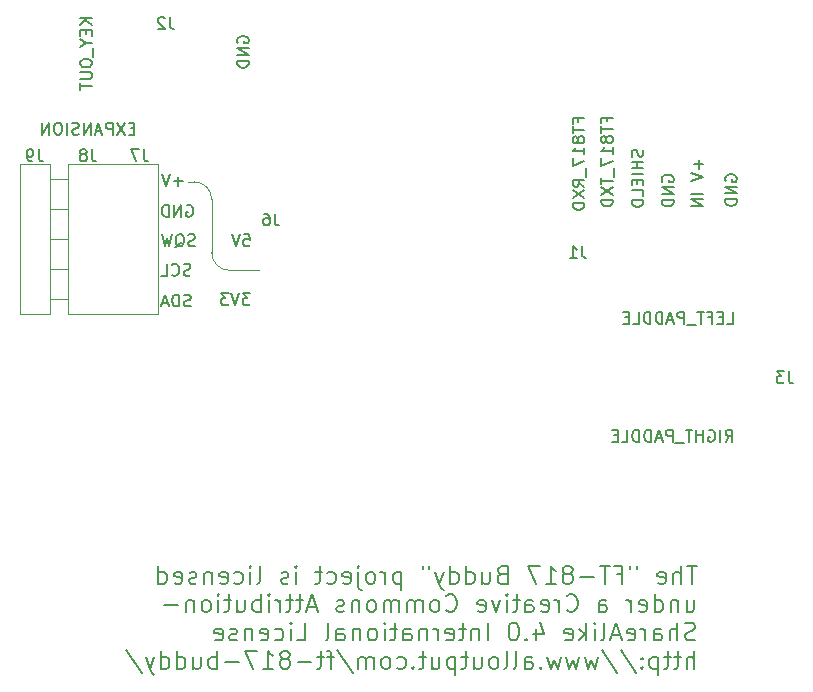
<source format=gbr>
%TF.GenerationSoftware,KiCad,Pcbnew,(5.1.6)-1*%
%TF.CreationDate,2021-02-27T16:06:52+00:00*%
%TF.ProjectId,FT817_buddy_v4,46543831-375f-4627-9564-64795f76342e,rev?*%
%TF.SameCoordinates,Original*%
%TF.FileFunction,Legend,Bot*%
%TF.FilePolarity,Positive*%
%FSLAX46Y46*%
G04 Gerber Fmt 4.6, Leading zero omitted, Abs format (unit mm)*
G04 Created by KiCad (PCBNEW (5.1.6)-1) date 2021-02-27 16:06:52*
%MOMM*%
%LPD*%
G01*
G04 APERTURE LIST*
%ADD10C,0.150000*%
%ADD11C,0.120000*%
G04 APERTURE END LIST*
D10*
X156333333Y-48202380D02*
X156333333Y-48916666D01*
X156380952Y-49059523D01*
X156476190Y-49154761D01*
X156619047Y-49202380D01*
X156714285Y-49202380D01*
X155428571Y-48202380D02*
X155619047Y-48202380D01*
X155714285Y-48250000D01*
X155761904Y-48297619D01*
X155857142Y-48440476D01*
X155904761Y-48630952D01*
X155904761Y-49011904D01*
X155857142Y-49107142D01*
X155809523Y-49154761D01*
X155714285Y-49202380D01*
X155523809Y-49202380D01*
X155428571Y-49154761D01*
X155380952Y-49107142D01*
X155333333Y-49011904D01*
X155333333Y-48773809D01*
X155380952Y-48678571D01*
X155428571Y-48630952D01*
X155523809Y-48583333D01*
X155714285Y-48583333D01*
X155809523Y-48630952D01*
X155857142Y-48678571D01*
X155904761Y-48773809D01*
X145233333Y-42752380D02*
X145233333Y-43466666D01*
X145280952Y-43609523D01*
X145376190Y-43704761D01*
X145519047Y-43752380D01*
X145614285Y-43752380D01*
X144852380Y-42752380D02*
X144185714Y-42752380D01*
X144614285Y-43752380D01*
X140833333Y-42752380D02*
X140833333Y-43466666D01*
X140880952Y-43609523D01*
X140976190Y-43704761D01*
X141119047Y-43752380D01*
X141214285Y-43752380D01*
X140214285Y-43180952D02*
X140309523Y-43133333D01*
X140357142Y-43085714D01*
X140404761Y-42990476D01*
X140404761Y-42942857D01*
X140357142Y-42847619D01*
X140309523Y-42800000D01*
X140214285Y-42752380D01*
X140023809Y-42752380D01*
X139928571Y-42800000D01*
X139880952Y-42847619D01*
X139833333Y-42942857D01*
X139833333Y-42990476D01*
X139880952Y-43085714D01*
X139928571Y-43133333D01*
X140023809Y-43180952D01*
X140214285Y-43180952D01*
X140309523Y-43228571D01*
X140357142Y-43276190D01*
X140404761Y-43371428D01*
X140404761Y-43561904D01*
X140357142Y-43657142D01*
X140309523Y-43704761D01*
X140214285Y-43752380D01*
X140023809Y-43752380D01*
X139928571Y-43704761D01*
X139880952Y-43657142D01*
X139833333Y-43561904D01*
X139833333Y-43371428D01*
X139880952Y-43276190D01*
X139928571Y-43228571D01*
X140023809Y-43180952D01*
X136333333Y-42752380D02*
X136333333Y-43466666D01*
X136380952Y-43609523D01*
X136476190Y-43704761D01*
X136619047Y-43752380D01*
X136714285Y-43752380D01*
X135809523Y-43752380D02*
X135619047Y-43752380D01*
X135523809Y-43704761D01*
X135476190Y-43657142D01*
X135380952Y-43514285D01*
X135333333Y-43323809D01*
X135333333Y-42942857D01*
X135380952Y-42847619D01*
X135428571Y-42800000D01*
X135523809Y-42752380D01*
X135714285Y-42752380D01*
X135809523Y-42800000D01*
X135857142Y-42847619D01*
X135904761Y-42942857D01*
X135904761Y-43180952D01*
X135857142Y-43276190D01*
X135809523Y-43323809D01*
X135714285Y-43371428D01*
X135523809Y-43371428D01*
X135428571Y-43323809D01*
X135380952Y-43276190D01*
X135333333Y-43180952D01*
X194619047Y-57502380D02*
X195095238Y-57502380D01*
X195095238Y-56502380D01*
X194285714Y-56978571D02*
X193952380Y-56978571D01*
X193809523Y-57502380D02*
X194285714Y-57502380D01*
X194285714Y-56502380D01*
X193809523Y-56502380D01*
X193047619Y-56978571D02*
X193380952Y-56978571D01*
X193380952Y-57502380D02*
X193380952Y-56502380D01*
X192904761Y-56502380D01*
X192666666Y-56502380D02*
X192095238Y-56502380D01*
X192380952Y-57502380D02*
X192380952Y-56502380D01*
X192000000Y-57597619D02*
X191238095Y-57597619D01*
X191000000Y-57502380D02*
X191000000Y-56502380D01*
X190619047Y-56502380D01*
X190523809Y-56550000D01*
X190476190Y-56597619D01*
X190428571Y-56692857D01*
X190428571Y-56835714D01*
X190476190Y-56930952D01*
X190523809Y-56978571D01*
X190619047Y-57026190D01*
X191000000Y-57026190D01*
X190047619Y-57216666D02*
X189571428Y-57216666D01*
X190142857Y-57502380D02*
X189809523Y-56502380D01*
X189476190Y-57502380D01*
X189142857Y-57502380D02*
X189142857Y-56502380D01*
X188904761Y-56502380D01*
X188761904Y-56550000D01*
X188666666Y-56645238D01*
X188619047Y-56740476D01*
X188571428Y-56930952D01*
X188571428Y-57073809D01*
X188619047Y-57264285D01*
X188666666Y-57359523D01*
X188761904Y-57454761D01*
X188904761Y-57502380D01*
X189142857Y-57502380D01*
X188142857Y-57502380D02*
X188142857Y-56502380D01*
X187904761Y-56502380D01*
X187761904Y-56550000D01*
X187666666Y-56645238D01*
X187619047Y-56740476D01*
X187571428Y-56930952D01*
X187571428Y-57073809D01*
X187619047Y-57264285D01*
X187666666Y-57359523D01*
X187761904Y-57454761D01*
X187904761Y-57502380D01*
X188142857Y-57502380D01*
X186666666Y-57502380D02*
X187142857Y-57502380D01*
X187142857Y-56502380D01*
X186333333Y-56978571D02*
X186000000Y-56978571D01*
X185857142Y-57502380D02*
X186333333Y-57502380D01*
X186333333Y-56502380D01*
X185857142Y-56502380D01*
X194500000Y-67502380D02*
X194833333Y-67026190D01*
X195071428Y-67502380D02*
X195071428Y-66502380D01*
X194690476Y-66502380D01*
X194595238Y-66550000D01*
X194547619Y-66597619D01*
X194500000Y-66692857D01*
X194500000Y-66835714D01*
X194547619Y-66930952D01*
X194595238Y-66978571D01*
X194690476Y-67026190D01*
X195071428Y-67026190D01*
X194071428Y-67502380D02*
X194071428Y-66502380D01*
X193071428Y-66550000D02*
X193166666Y-66502380D01*
X193309523Y-66502380D01*
X193452380Y-66550000D01*
X193547619Y-66645238D01*
X193595238Y-66740476D01*
X193642857Y-66930952D01*
X193642857Y-67073809D01*
X193595238Y-67264285D01*
X193547619Y-67359523D01*
X193452380Y-67454761D01*
X193309523Y-67502380D01*
X193214285Y-67502380D01*
X193071428Y-67454761D01*
X193023809Y-67407142D01*
X193023809Y-67073809D01*
X193214285Y-67073809D01*
X192595238Y-67502380D02*
X192595238Y-66502380D01*
X192595238Y-66978571D02*
X192023809Y-66978571D01*
X192023809Y-67502380D02*
X192023809Y-66502380D01*
X191690476Y-66502380D02*
X191119047Y-66502380D01*
X191404761Y-67502380D02*
X191404761Y-66502380D01*
X191023809Y-67597619D02*
X190261904Y-67597619D01*
X190023809Y-67502380D02*
X190023809Y-66502380D01*
X189642857Y-66502380D01*
X189547619Y-66550000D01*
X189500000Y-66597619D01*
X189452380Y-66692857D01*
X189452380Y-66835714D01*
X189500000Y-66930952D01*
X189547619Y-66978571D01*
X189642857Y-67026190D01*
X190023809Y-67026190D01*
X189071428Y-67216666D02*
X188595238Y-67216666D01*
X189166666Y-67502380D02*
X188833333Y-66502380D01*
X188500000Y-67502380D01*
X188166666Y-67502380D02*
X188166666Y-66502380D01*
X187928571Y-66502380D01*
X187785714Y-66550000D01*
X187690476Y-66645238D01*
X187642857Y-66740476D01*
X187595238Y-66930952D01*
X187595238Y-67073809D01*
X187642857Y-67264285D01*
X187690476Y-67359523D01*
X187785714Y-67454761D01*
X187928571Y-67502380D01*
X188166666Y-67502380D01*
X187166666Y-67502380D02*
X187166666Y-66502380D01*
X186928571Y-66502380D01*
X186785714Y-66550000D01*
X186690476Y-66645238D01*
X186642857Y-66740476D01*
X186595238Y-66930952D01*
X186595238Y-67073809D01*
X186642857Y-67264285D01*
X186690476Y-67359523D01*
X186785714Y-67454761D01*
X186928571Y-67502380D01*
X187166666Y-67502380D01*
X185690476Y-67502380D02*
X186166666Y-67502380D01*
X186166666Y-66502380D01*
X185357142Y-66978571D02*
X185023809Y-66978571D01*
X184880952Y-67502380D02*
X185357142Y-67502380D01*
X185357142Y-66502380D01*
X184880952Y-66502380D01*
X199833333Y-61552380D02*
X199833333Y-62266666D01*
X199880952Y-62409523D01*
X199976190Y-62504761D01*
X200119047Y-62552380D01*
X200214285Y-62552380D01*
X199452380Y-61552380D02*
X198833333Y-61552380D01*
X199166666Y-61933333D01*
X199023809Y-61933333D01*
X198928571Y-61980952D01*
X198880952Y-62028571D01*
X198833333Y-62123809D01*
X198833333Y-62361904D01*
X198880952Y-62457142D01*
X198928571Y-62504761D01*
X199023809Y-62552380D01*
X199309523Y-62552380D01*
X199404761Y-62504761D01*
X199452380Y-62457142D01*
X194500000Y-45438095D02*
X194452380Y-45342857D01*
X194452380Y-45200000D01*
X194500000Y-45057142D01*
X194595238Y-44961904D01*
X194690476Y-44914285D01*
X194880952Y-44866666D01*
X195023809Y-44866666D01*
X195214285Y-44914285D01*
X195309523Y-44961904D01*
X195404761Y-45057142D01*
X195452380Y-45200000D01*
X195452380Y-45295238D01*
X195404761Y-45438095D01*
X195357142Y-45485714D01*
X195023809Y-45485714D01*
X195023809Y-45295238D01*
X195452380Y-45914285D02*
X194452380Y-45914285D01*
X195452380Y-46485714D01*
X194452380Y-46485714D01*
X195452380Y-46961904D02*
X194452380Y-46961904D01*
X194452380Y-47200000D01*
X194500000Y-47342857D01*
X194595238Y-47438095D01*
X194690476Y-47485714D01*
X194880952Y-47533333D01*
X195023809Y-47533333D01*
X195214285Y-47485714D01*
X195309523Y-47438095D01*
X195404761Y-47342857D01*
X195452380Y-47200000D01*
X195452380Y-46961904D01*
X192221428Y-43647619D02*
X192221428Y-44409523D01*
X192602380Y-44028571D02*
X191840476Y-44028571D01*
X191602380Y-44742857D02*
X192602380Y-45076190D01*
X191602380Y-45409523D01*
X192602380Y-46504761D02*
X191602380Y-46504761D01*
X192602380Y-46980952D02*
X191602380Y-46980952D01*
X192602380Y-47552380D01*
X191602380Y-47552380D01*
X189150000Y-45488095D02*
X189102380Y-45392857D01*
X189102380Y-45250000D01*
X189150000Y-45107142D01*
X189245238Y-45011904D01*
X189340476Y-44964285D01*
X189530952Y-44916666D01*
X189673809Y-44916666D01*
X189864285Y-44964285D01*
X189959523Y-45011904D01*
X190054761Y-45107142D01*
X190102380Y-45250000D01*
X190102380Y-45345238D01*
X190054761Y-45488095D01*
X190007142Y-45535714D01*
X189673809Y-45535714D01*
X189673809Y-45345238D01*
X190102380Y-45964285D02*
X189102380Y-45964285D01*
X190102380Y-46535714D01*
X189102380Y-46535714D01*
X190102380Y-47011904D02*
X189102380Y-47011904D01*
X189102380Y-47250000D01*
X189150000Y-47392857D01*
X189245238Y-47488095D01*
X189340476Y-47535714D01*
X189530952Y-47583333D01*
X189673809Y-47583333D01*
X189864285Y-47535714D01*
X189959523Y-47488095D01*
X190054761Y-47392857D01*
X190102380Y-47250000D01*
X190102380Y-47011904D01*
X187504761Y-42795238D02*
X187552380Y-42938095D01*
X187552380Y-43176190D01*
X187504761Y-43271428D01*
X187457142Y-43319047D01*
X187361904Y-43366666D01*
X187266666Y-43366666D01*
X187171428Y-43319047D01*
X187123809Y-43271428D01*
X187076190Y-43176190D01*
X187028571Y-42985714D01*
X186980952Y-42890476D01*
X186933333Y-42842857D01*
X186838095Y-42795238D01*
X186742857Y-42795238D01*
X186647619Y-42842857D01*
X186600000Y-42890476D01*
X186552380Y-42985714D01*
X186552380Y-43223809D01*
X186600000Y-43366666D01*
X187552380Y-43795238D02*
X186552380Y-43795238D01*
X187028571Y-43795238D02*
X187028571Y-44366666D01*
X187552380Y-44366666D02*
X186552380Y-44366666D01*
X187552380Y-44842857D02*
X186552380Y-44842857D01*
X187028571Y-45319047D02*
X187028571Y-45652380D01*
X187552380Y-45795238D02*
X187552380Y-45319047D01*
X186552380Y-45319047D01*
X186552380Y-45795238D01*
X187552380Y-46700000D02*
X187552380Y-46223809D01*
X186552380Y-46223809D01*
X187552380Y-47033333D02*
X186552380Y-47033333D01*
X186552380Y-47271428D01*
X186600000Y-47414285D01*
X186695238Y-47509523D01*
X186790476Y-47557142D01*
X186980952Y-47604761D01*
X187123809Y-47604761D01*
X187314285Y-47557142D01*
X187409523Y-47509523D01*
X187504761Y-47414285D01*
X187552380Y-47271428D01*
X187552380Y-47033333D01*
X184428571Y-40395238D02*
X184428571Y-40061904D01*
X184952380Y-40061904D02*
X183952380Y-40061904D01*
X183952380Y-40538095D01*
X183952380Y-40776190D02*
X183952380Y-41347619D01*
X184952380Y-41061904D02*
X183952380Y-41061904D01*
X184380952Y-41823809D02*
X184333333Y-41728571D01*
X184285714Y-41680952D01*
X184190476Y-41633333D01*
X184142857Y-41633333D01*
X184047619Y-41680952D01*
X184000000Y-41728571D01*
X183952380Y-41823809D01*
X183952380Y-42014285D01*
X184000000Y-42109523D01*
X184047619Y-42157142D01*
X184142857Y-42204761D01*
X184190476Y-42204761D01*
X184285714Y-42157142D01*
X184333333Y-42109523D01*
X184380952Y-42014285D01*
X184380952Y-41823809D01*
X184428571Y-41728571D01*
X184476190Y-41680952D01*
X184571428Y-41633333D01*
X184761904Y-41633333D01*
X184857142Y-41680952D01*
X184904761Y-41728571D01*
X184952380Y-41823809D01*
X184952380Y-42014285D01*
X184904761Y-42109523D01*
X184857142Y-42157142D01*
X184761904Y-42204761D01*
X184571428Y-42204761D01*
X184476190Y-42157142D01*
X184428571Y-42109523D01*
X184380952Y-42014285D01*
X184952380Y-43157142D02*
X184952380Y-42585714D01*
X184952380Y-42871428D02*
X183952380Y-42871428D01*
X184095238Y-42776190D01*
X184190476Y-42680952D01*
X184238095Y-42585714D01*
X183952380Y-43490476D02*
X183952380Y-44157142D01*
X184952380Y-43728571D01*
X185047619Y-44300000D02*
X185047619Y-45061904D01*
X183952380Y-45157142D02*
X183952380Y-45728571D01*
X184952380Y-45442857D02*
X183952380Y-45442857D01*
X183952380Y-45966666D02*
X184952380Y-46633333D01*
X183952380Y-46633333D02*
X184952380Y-45966666D01*
X184952380Y-47014285D02*
X183952380Y-47014285D01*
X183952380Y-47252380D01*
X184000000Y-47395238D01*
X184095238Y-47490476D01*
X184190476Y-47538095D01*
X184380952Y-47585714D01*
X184523809Y-47585714D01*
X184714285Y-47538095D01*
X184809523Y-47490476D01*
X184904761Y-47395238D01*
X184952380Y-47252380D01*
X184952380Y-47014285D01*
X182028571Y-40426190D02*
X182028571Y-40092857D01*
X182552380Y-40092857D02*
X181552380Y-40092857D01*
X181552380Y-40569047D01*
X181552380Y-40807142D02*
X181552380Y-41378571D01*
X182552380Y-41092857D02*
X181552380Y-41092857D01*
X181980952Y-41854761D02*
X181933333Y-41759523D01*
X181885714Y-41711904D01*
X181790476Y-41664285D01*
X181742857Y-41664285D01*
X181647619Y-41711904D01*
X181600000Y-41759523D01*
X181552380Y-41854761D01*
X181552380Y-42045238D01*
X181600000Y-42140476D01*
X181647619Y-42188095D01*
X181742857Y-42235714D01*
X181790476Y-42235714D01*
X181885714Y-42188095D01*
X181933333Y-42140476D01*
X181980952Y-42045238D01*
X181980952Y-41854761D01*
X182028571Y-41759523D01*
X182076190Y-41711904D01*
X182171428Y-41664285D01*
X182361904Y-41664285D01*
X182457142Y-41711904D01*
X182504761Y-41759523D01*
X182552380Y-41854761D01*
X182552380Y-42045238D01*
X182504761Y-42140476D01*
X182457142Y-42188095D01*
X182361904Y-42235714D01*
X182171428Y-42235714D01*
X182076190Y-42188095D01*
X182028571Y-42140476D01*
X181980952Y-42045238D01*
X182552380Y-43188095D02*
X182552380Y-42616666D01*
X182552380Y-42902380D02*
X181552380Y-42902380D01*
X181695238Y-42807142D01*
X181790476Y-42711904D01*
X181838095Y-42616666D01*
X181552380Y-43521428D02*
X181552380Y-44188095D01*
X182552380Y-43759523D01*
X182647619Y-44330952D02*
X182647619Y-45092857D01*
X182552380Y-45902380D02*
X182076190Y-45569047D01*
X182552380Y-45330952D02*
X181552380Y-45330952D01*
X181552380Y-45711904D01*
X181600000Y-45807142D01*
X181647619Y-45854761D01*
X181742857Y-45902380D01*
X181885714Y-45902380D01*
X181980952Y-45854761D01*
X182028571Y-45807142D01*
X182076190Y-45711904D01*
X182076190Y-45330952D01*
X181552380Y-46235714D02*
X182552380Y-46902380D01*
X181552380Y-46902380D02*
X182552380Y-46235714D01*
X182552380Y-47283333D02*
X181552380Y-47283333D01*
X181552380Y-47521428D01*
X181600000Y-47664285D01*
X181695238Y-47759523D01*
X181790476Y-47807142D01*
X181980952Y-47854761D01*
X182123809Y-47854761D01*
X182314285Y-47807142D01*
X182409523Y-47759523D01*
X182504761Y-47664285D01*
X182552380Y-47521428D01*
X182552380Y-47283333D01*
X182333333Y-50952380D02*
X182333333Y-51666666D01*
X182380952Y-51809523D01*
X182476190Y-51904761D01*
X182619047Y-51952380D01*
X182714285Y-51952380D01*
X181333333Y-51952380D02*
X181904761Y-51952380D01*
X181619047Y-51952380D02*
X181619047Y-50952380D01*
X181714285Y-51095238D01*
X181809523Y-51190476D01*
X181904761Y-51238095D01*
X153200000Y-33738095D02*
X153152380Y-33642857D01*
X153152380Y-33500000D01*
X153200000Y-33357142D01*
X153295238Y-33261904D01*
X153390476Y-33214285D01*
X153580952Y-33166666D01*
X153723809Y-33166666D01*
X153914285Y-33214285D01*
X154009523Y-33261904D01*
X154104761Y-33357142D01*
X154152380Y-33500000D01*
X154152380Y-33595238D01*
X154104761Y-33738095D01*
X154057142Y-33785714D01*
X153723809Y-33785714D01*
X153723809Y-33595238D01*
X154152380Y-34214285D02*
X153152380Y-34214285D01*
X154152380Y-34785714D01*
X153152380Y-34785714D01*
X154152380Y-35261904D02*
X153152380Y-35261904D01*
X153152380Y-35500000D01*
X153200000Y-35642857D01*
X153295238Y-35738095D01*
X153390476Y-35785714D01*
X153580952Y-35833333D01*
X153723809Y-35833333D01*
X153914285Y-35785714D01*
X154009523Y-35738095D01*
X154104761Y-35642857D01*
X154152380Y-35500000D01*
X154152380Y-35261904D01*
X140852380Y-31647619D02*
X139852380Y-31647619D01*
X140852380Y-32219047D02*
X140280952Y-31790476D01*
X139852380Y-32219047D02*
X140423809Y-31647619D01*
X140328571Y-32647619D02*
X140328571Y-32980952D01*
X140852380Y-33123809D02*
X140852380Y-32647619D01*
X139852380Y-32647619D01*
X139852380Y-33123809D01*
X140376190Y-33742857D02*
X140852380Y-33742857D01*
X139852380Y-33409523D02*
X140376190Y-33742857D01*
X139852380Y-34076190D01*
X140947619Y-34171428D02*
X140947619Y-34933333D01*
X139852380Y-35361904D02*
X139852380Y-35552380D01*
X139900000Y-35647619D01*
X139995238Y-35742857D01*
X140185714Y-35790476D01*
X140519047Y-35790476D01*
X140709523Y-35742857D01*
X140804761Y-35647619D01*
X140852380Y-35552380D01*
X140852380Y-35361904D01*
X140804761Y-35266666D01*
X140709523Y-35171428D01*
X140519047Y-35123809D01*
X140185714Y-35123809D01*
X139995238Y-35171428D01*
X139900000Y-35266666D01*
X139852380Y-35361904D01*
X139852380Y-36219047D02*
X140661904Y-36219047D01*
X140757142Y-36266666D01*
X140804761Y-36314285D01*
X140852380Y-36409523D01*
X140852380Y-36600000D01*
X140804761Y-36695238D01*
X140757142Y-36742857D01*
X140661904Y-36790476D01*
X139852380Y-36790476D01*
X139852380Y-37123809D02*
X139852380Y-37695238D01*
X140852380Y-37409523D02*
X139852380Y-37409523D01*
X147433333Y-31552380D02*
X147433333Y-32266666D01*
X147480952Y-32409523D01*
X147576190Y-32504761D01*
X147719047Y-32552380D01*
X147814285Y-32552380D01*
X147004761Y-31647619D02*
X146957142Y-31600000D01*
X146861904Y-31552380D01*
X146623809Y-31552380D01*
X146528571Y-31600000D01*
X146480952Y-31647619D01*
X146433333Y-31742857D01*
X146433333Y-31838095D01*
X146480952Y-31980952D01*
X147052380Y-32552380D01*
X146433333Y-32552380D01*
X144454761Y-40978571D02*
X144121428Y-40978571D01*
X143978571Y-41502380D02*
X144454761Y-41502380D01*
X144454761Y-40502380D01*
X143978571Y-40502380D01*
X143645238Y-40502380D02*
X142978571Y-41502380D01*
X142978571Y-40502380D02*
X143645238Y-41502380D01*
X142597619Y-41502380D02*
X142597619Y-40502380D01*
X142216666Y-40502380D01*
X142121428Y-40550000D01*
X142073809Y-40597619D01*
X142026190Y-40692857D01*
X142026190Y-40835714D01*
X142073809Y-40930952D01*
X142121428Y-40978571D01*
X142216666Y-41026190D01*
X142597619Y-41026190D01*
X141645238Y-41216666D02*
X141169047Y-41216666D01*
X141740476Y-41502380D02*
X141407142Y-40502380D01*
X141073809Y-41502380D01*
X140740476Y-41502380D02*
X140740476Y-40502380D01*
X140169047Y-41502380D01*
X140169047Y-40502380D01*
X139740476Y-41454761D02*
X139597619Y-41502380D01*
X139359523Y-41502380D01*
X139264285Y-41454761D01*
X139216666Y-41407142D01*
X139169047Y-41311904D01*
X139169047Y-41216666D01*
X139216666Y-41121428D01*
X139264285Y-41073809D01*
X139359523Y-41026190D01*
X139550000Y-40978571D01*
X139645238Y-40930952D01*
X139692857Y-40883333D01*
X139740476Y-40788095D01*
X139740476Y-40692857D01*
X139692857Y-40597619D01*
X139645238Y-40550000D01*
X139550000Y-40502380D01*
X139311904Y-40502380D01*
X139169047Y-40550000D01*
X138740476Y-41502380D02*
X138740476Y-40502380D01*
X138073809Y-40502380D02*
X137883333Y-40502380D01*
X137788095Y-40550000D01*
X137692857Y-40645238D01*
X137645238Y-40835714D01*
X137645238Y-41169047D01*
X137692857Y-41359523D01*
X137788095Y-41454761D01*
X137883333Y-41502380D01*
X138073809Y-41502380D01*
X138169047Y-41454761D01*
X138264285Y-41359523D01*
X138311904Y-41169047D01*
X138311904Y-40835714D01*
X138264285Y-40645238D01*
X138169047Y-40550000D01*
X138073809Y-40502380D01*
X137216666Y-41502380D02*
X137216666Y-40502380D01*
X136645238Y-41502380D01*
X136645238Y-40502380D01*
X153690476Y-49952380D02*
X154166666Y-49952380D01*
X154214285Y-50428571D01*
X154166666Y-50380952D01*
X154071428Y-50333333D01*
X153833333Y-50333333D01*
X153738095Y-50380952D01*
X153690476Y-50428571D01*
X153642857Y-50523809D01*
X153642857Y-50761904D01*
X153690476Y-50857142D01*
X153738095Y-50904761D01*
X153833333Y-50952380D01*
X154071428Y-50952380D01*
X154166666Y-50904761D01*
X154214285Y-50857142D01*
X153357142Y-49952380D02*
X153023809Y-50952380D01*
X152690476Y-49952380D01*
X154238095Y-54952380D02*
X153619047Y-54952380D01*
X153952380Y-55333333D01*
X153809523Y-55333333D01*
X153714285Y-55380952D01*
X153666666Y-55428571D01*
X153619047Y-55523809D01*
X153619047Y-55761904D01*
X153666666Y-55857142D01*
X153714285Y-55904761D01*
X153809523Y-55952380D01*
X154095238Y-55952380D01*
X154190476Y-55904761D01*
X154238095Y-55857142D01*
X153333333Y-54952380D02*
X153000000Y-55952380D01*
X152666666Y-54952380D01*
X152428571Y-54952380D02*
X151809523Y-54952380D01*
X152142857Y-55333333D01*
X152000000Y-55333333D01*
X151904761Y-55380952D01*
X151857142Y-55428571D01*
X151809523Y-55523809D01*
X151809523Y-55761904D01*
X151857142Y-55857142D01*
X151904761Y-55904761D01*
X152000000Y-55952380D01*
X152285714Y-55952380D01*
X152380952Y-55904761D01*
X152428571Y-55857142D01*
D11*
X152500000Y-53000000D02*
X155000000Y-53000000D01*
X152500000Y-53000000D02*
G75*
G02*
X151000000Y-51500000I0J1500000D01*
G01*
X151000000Y-47000000D02*
X151000000Y-51500000D01*
X149502000Y-45500000D02*
X149002000Y-45500000D01*
X149502000Y-45500000D02*
G75*
G02*
X151002000Y-47000000I0J-1500000D01*
G01*
X137310000Y-55450000D02*
X138834000Y-55450000D01*
X137310000Y-52910000D02*
X138834000Y-52910000D01*
X137310000Y-50370000D02*
X138834000Y-50370000D01*
X137310000Y-47830000D02*
X138834000Y-47830000D01*
X137310000Y-45290000D02*
X138834000Y-45290000D01*
X134770000Y-56720000D02*
X137310000Y-56720000D01*
X134770000Y-44020000D02*
X134770000Y-56720000D01*
X137310000Y-44020000D02*
X134770000Y-44020000D01*
X137310000Y-56720000D02*
X137310000Y-44020000D01*
X146454000Y-56720000D02*
X146454000Y-44020000D01*
X138834000Y-56720000D02*
X146454000Y-56720000D01*
X138834000Y-44020000D02*
X138834000Y-56720000D01*
X139088000Y-44020000D02*
X138834000Y-44020000D01*
X146454000Y-44020000D02*
X139088000Y-44020000D01*
D10*
X149214285Y-56004761D02*
X149071428Y-56052380D01*
X148833333Y-56052380D01*
X148738095Y-56004761D01*
X148690476Y-55957142D01*
X148642857Y-55861904D01*
X148642857Y-55766666D01*
X148690476Y-55671428D01*
X148738095Y-55623809D01*
X148833333Y-55576190D01*
X149023809Y-55528571D01*
X149119047Y-55480952D01*
X149166666Y-55433333D01*
X149214285Y-55338095D01*
X149214285Y-55242857D01*
X149166666Y-55147619D01*
X149119047Y-55100000D01*
X149023809Y-55052380D01*
X148785714Y-55052380D01*
X148642857Y-55100000D01*
X148214285Y-56052380D02*
X148214285Y-55052380D01*
X147976190Y-55052380D01*
X147833333Y-55100000D01*
X147738095Y-55195238D01*
X147690476Y-55290476D01*
X147642857Y-55480952D01*
X147642857Y-55623809D01*
X147690476Y-55814285D01*
X147738095Y-55909523D01*
X147833333Y-56004761D01*
X147976190Y-56052380D01*
X148214285Y-56052380D01*
X147261904Y-55766666D02*
X146785714Y-55766666D01*
X147357142Y-56052380D02*
X147023809Y-55052380D01*
X146690476Y-56052380D01*
X149190476Y-53404761D02*
X149047619Y-53452380D01*
X148809523Y-53452380D01*
X148714285Y-53404761D01*
X148666666Y-53357142D01*
X148619047Y-53261904D01*
X148619047Y-53166666D01*
X148666666Y-53071428D01*
X148714285Y-53023809D01*
X148809523Y-52976190D01*
X149000000Y-52928571D01*
X149095238Y-52880952D01*
X149142857Y-52833333D01*
X149190476Y-52738095D01*
X149190476Y-52642857D01*
X149142857Y-52547619D01*
X149095238Y-52500000D01*
X149000000Y-52452380D01*
X148761904Y-52452380D01*
X148619047Y-52500000D01*
X147619047Y-53357142D02*
X147666666Y-53404761D01*
X147809523Y-53452380D01*
X147904761Y-53452380D01*
X148047619Y-53404761D01*
X148142857Y-53309523D01*
X148190476Y-53214285D01*
X148238095Y-53023809D01*
X148238095Y-52880952D01*
X148190476Y-52690476D01*
X148142857Y-52595238D01*
X148047619Y-52500000D01*
X147904761Y-52452380D01*
X147809523Y-52452380D01*
X147666666Y-52500000D01*
X147619047Y-52547619D01*
X146714285Y-53452380D02*
X147190476Y-53452380D01*
X147190476Y-52452380D01*
X149580952Y-50904761D02*
X149438095Y-50952380D01*
X149200000Y-50952380D01*
X149104761Y-50904761D01*
X149057142Y-50857142D01*
X149009523Y-50761904D01*
X149009523Y-50666666D01*
X149057142Y-50571428D01*
X149104761Y-50523809D01*
X149200000Y-50476190D01*
X149390476Y-50428571D01*
X149485714Y-50380952D01*
X149533333Y-50333333D01*
X149580952Y-50238095D01*
X149580952Y-50142857D01*
X149533333Y-50047619D01*
X149485714Y-50000000D01*
X149390476Y-49952380D01*
X149152380Y-49952380D01*
X149009523Y-50000000D01*
X147914285Y-51047619D02*
X148009523Y-51000000D01*
X148104761Y-50904761D01*
X148247619Y-50761904D01*
X148342857Y-50714285D01*
X148438095Y-50714285D01*
X148390476Y-50952380D02*
X148485714Y-50904761D01*
X148580952Y-50809523D01*
X148628571Y-50619047D01*
X148628571Y-50285714D01*
X148580952Y-50095238D01*
X148485714Y-50000000D01*
X148390476Y-49952380D01*
X148200000Y-49952380D01*
X148104761Y-50000000D01*
X148009523Y-50095238D01*
X147961904Y-50285714D01*
X147961904Y-50619047D01*
X148009523Y-50809523D01*
X148104761Y-50904761D01*
X148200000Y-50952380D01*
X148390476Y-50952380D01*
X147628571Y-49952380D02*
X147390476Y-50952380D01*
X147200000Y-50238095D01*
X147009523Y-50952380D01*
X146771428Y-49952380D01*
X148533523Y-45471428D02*
X147771619Y-45471428D01*
X148152571Y-45852380D02*
X148152571Y-45090476D01*
X147438285Y-44852380D02*
X147104952Y-45852380D01*
X146771619Y-44852380D01*
X148861904Y-47500000D02*
X148957142Y-47452380D01*
X149100000Y-47452380D01*
X149242857Y-47500000D01*
X149338095Y-47595238D01*
X149385714Y-47690476D01*
X149433333Y-47880952D01*
X149433333Y-48023809D01*
X149385714Y-48214285D01*
X149338095Y-48309523D01*
X149242857Y-48404761D01*
X149100000Y-48452380D01*
X149004761Y-48452380D01*
X148861904Y-48404761D01*
X148814285Y-48357142D01*
X148814285Y-48023809D01*
X149004761Y-48023809D01*
X148385714Y-48452380D02*
X148385714Y-47452380D01*
X147814285Y-48452380D01*
X147814285Y-47452380D01*
X147338095Y-48452380D02*
X147338095Y-47452380D01*
X147100000Y-47452380D01*
X146957142Y-47500000D01*
X146861904Y-47595238D01*
X146814285Y-47690476D01*
X146766666Y-47880952D01*
X146766666Y-48023809D01*
X146814285Y-48214285D01*
X146861904Y-48309523D01*
X146957142Y-48404761D01*
X147100000Y-48452380D01*
X147338095Y-48452380D01*
X192059642Y-78028571D02*
X191202500Y-78028571D01*
X191631071Y-79528571D02*
X191631071Y-78028571D01*
X190702500Y-79528571D02*
X190702500Y-78028571D01*
X190059642Y-79528571D02*
X190059642Y-78742857D01*
X190131071Y-78600000D01*
X190273928Y-78528571D01*
X190488214Y-78528571D01*
X190631071Y-78600000D01*
X190702500Y-78671428D01*
X188773928Y-79457142D02*
X188916785Y-79528571D01*
X189202500Y-79528571D01*
X189345357Y-79457142D01*
X189416785Y-79314285D01*
X189416785Y-78742857D01*
X189345357Y-78600000D01*
X189202500Y-78528571D01*
X188916785Y-78528571D01*
X188773928Y-78600000D01*
X188702500Y-78742857D01*
X188702500Y-78885714D01*
X189416785Y-79028571D01*
X186988214Y-78028571D02*
X186988214Y-78314285D01*
X186416785Y-78028571D02*
X186416785Y-78314285D01*
X185273928Y-78742857D02*
X185773928Y-78742857D01*
X185773928Y-79528571D02*
X185773928Y-78028571D01*
X185059642Y-78028571D01*
X184702500Y-78028571D02*
X183845357Y-78028571D01*
X184273928Y-79528571D02*
X184273928Y-78028571D01*
X183345357Y-78957142D02*
X182202500Y-78957142D01*
X181273928Y-78671428D02*
X181416785Y-78600000D01*
X181488214Y-78528571D01*
X181559642Y-78385714D01*
X181559642Y-78314285D01*
X181488214Y-78171428D01*
X181416785Y-78100000D01*
X181273928Y-78028571D01*
X180988214Y-78028571D01*
X180845357Y-78100000D01*
X180773928Y-78171428D01*
X180702500Y-78314285D01*
X180702500Y-78385714D01*
X180773928Y-78528571D01*
X180845357Y-78600000D01*
X180988214Y-78671428D01*
X181273928Y-78671428D01*
X181416785Y-78742857D01*
X181488214Y-78814285D01*
X181559642Y-78957142D01*
X181559642Y-79242857D01*
X181488214Y-79385714D01*
X181416785Y-79457142D01*
X181273928Y-79528571D01*
X180988214Y-79528571D01*
X180845357Y-79457142D01*
X180773928Y-79385714D01*
X180702500Y-79242857D01*
X180702500Y-78957142D01*
X180773928Y-78814285D01*
X180845357Y-78742857D01*
X180988214Y-78671428D01*
X179273928Y-79528571D02*
X180131071Y-79528571D01*
X179702500Y-79528571D02*
X179702500Y-78028571D01*
X179845357Y-78242857D01*
X179988214Y-78385714D01*
X180131071Y-78457142D01*
X178773928Y-78028571D02*
X177773928Y-78028571D01*
X178416785Y-79528571D01*
X175559642Y-78742857D02*
X175345357Y-78814285D01*
X175273928Y-78885714D01*
X175202500Y-79028571D01*
X175202500Y-79242857D01*
X175273928Y-79385714D01*
X175345357Y-79457142D01*
X175488214Y-79528571D01*
X176059642Y-79528571D01*
X176059642Y-78028571D01*
X175559642Y-78028571D01*
X175416785Y-78100000D01*
X175345357Y-78171428D01*
X175273928Y-78314285D01*
X175273928Y-78457142D01*
X175345357Y-78600000D01*
X175416785Y-78671428D01*
X175559642Y-78742857D01*
X176059642Y-78742857D01*
X173916785Y-78528571D02*
X173916785Y-79528571D01*
X174559642Y-78528571D02*
X174559642Y-79314285D01*
X174488214Y-79457142D01*
X174345357Y-79528571D01*
X174131071Y-79528571D01*
X173988214Y-79457142D01*
X173916785Y-79385714D01*
X172559642Y-79528571D02*
X172559642Y-78028571D01*
X172559642Y-79457142D02*
X172702500Y-79528571D01*
X172988214Y-79528571D01*
X173131071Y-79457142D01*
X173202500Y-79385714D01*
X173273928Y-79242857D01*
X173273928Y-78814285D01*
X173202500Y-78671428D01*
X173131071Y-78600000D01*
X172988214Y-78528571D01*
X172702500Y-78528571D01*
X172559642Y-78600000D01*
X171202500Y-79528571D02*
X171202500Y-78028571D01*
X171202500Y-79457142D02*
X171345357Y-79528571D01*
X171631071Y-79528571D01*
X171773928Y-79457142D01*
X171845357Y-79385714D01*
X171916785Y-79242857D01*
X171916785Y-78814285D01*
X171845357Y-78671428D01*
X171773928Y-78600000D01*
X171631071Y-78528571D01*
X171345357Y-78528571D01*
X171202500Y-78600000D01*
X170631071Y-78528571D02*
X170273928Y-79528571D01*
X169916785Y-78528571D02*
X170273928Y-79528571D01*
X170416785Y-79885714D01*
X170488214Y-79957142D01*
X170631071Y-80028571D01*
X169416785Y-78028571D02*
X169416785Y-78314285D01*
X168845357Y-78028571D02*
X168845357Y-78314285D01*
X167059642Y-78528571D02*
X167059642Y-80028571D01*
X167059642Y-78600000D02*
X166916785Y-78528571D01*
X166631071Y-78528571D01*
X166488214Y-78600000D01*
X166416785Y-78671428D01*
X166345357Y-78814285D01*
X166345357Y-79242857D01*
X166416785Y-79385714D01*
X166488214Y-79457142D01*
X166631071Y-79528571D01*
X166916785Y-79528571D01*
X167059642Y-79457142D01*
X165702500Y-79528571D02*
X165702500Y-78528571D01*
X165702500Y-78814285D02*
X165631071Y-78671428D01*
X165559642Y-78600000D01*
X165416785Y-78528571D01*
X165273928Y-78528571D01*
X164559642Y-79528571D02*
X164702500Y-79457142D01*
X164773928Y-79385714D01*
X164845357Y-79242857D01*
X164845357Y-78814285D01*
X164773928Y-78671428D01*
X164702500Y-78600000D01*
X164559642Y-78528571D01*
X164345357Y-78528571D01*
X164202500Y-78600000D01*
X164131071Y-78671428D01*
X164059642Y-78814285D01*
X164059642Y-79242857D01*
X164131071Y-79385714D01*
X164202500Y-79457142D01*
X164345357Y-79528571D01*
X164559642Y-79528571D01*
X163416785Y-78528571D02*
X163416785Y-79814285D01*
X163488214Y-79957142D01*
X163631071Y-80028571D01*
X163702500Y-80028571D01*
X163416785Y-78028571D02*
X163488214Y-78100000D01*
X163416785Y-78171428D01*
X163345357Y-78100000D01*
X163416785Y-78028571D01*
X163416785Y-78171428D01*
X162131071Y-79457142D02*
X162273928Y-79528571D01*
X162559642Y-79528571D01*
X162702500Y-79457142D01*
X162773928Y-79314285D01*
X162773928Y-78742857D01*
X162702500Y-78600000D01*
X162559642Y-78528571D01*
X162273928Y-78528571D01*
X162131071Y-78600000D01*
X162059642Y-78742857D01*
X162059642Y-78885714D01*
X162773928Y-79028571D01*
X160773928Y-79457142D02*
X160916785Y-79528571D01*
X161202500Y-79528571D01*
X161345357Y-79457142D01*
X161416785Y-79385714D01*
X161488214Y-79242857D01*
X161488214Y-78814285D01*
X161416785Y-78671428D01*
X161345357Y-78600000D01*
X161202500Y-78528571D01*
X160916785Y-78528571D01*
X160773928Y-78600000D01*
X160345357Y-78528571D02*
X159773928Y-78528571D01*
X160131071Y-78028571D02*
X160131071Y-79314285D01*
X160059642Y-79457142D01*
X159916785Y-79528571D01*
X159773928Y-79528571D01*
X158131071Y-79528571D02*
X158131071Y-78528571D01*
X158131071Y-78028571D02*
X158202500Y-78100000D01*
X158131071Y-78171428D01*
X158059642Y-78100000D01*
X158131071Y-78028571D01*
X158131071Y-78171428D01*
X157488214Y-79457142D02*
X157345357Y-79528571D01*
X157059642Y-79528571D01*
X156916785Y-79457142D01*
X156845357Y-79314285D01*
X156845357Y-79242857D01*
X156916785Y-79100000D01*
X157059642Y-79028571D01*
X157273928Y-79028571D01*
X157416785Y-78957142D01*
X157488214Y-78814285D01*
X157488214Y-78742857D01*
X157416785Y-78600000D01*
X157273928Y-78528571D01*
X157059642Y-78528571D01*
X156916785Y-78600000D01*
X154845357Y-79528571D02*
X154988214Y-79457142D01*
X155059642Y-79314285D01*
X155059642Y-78028571D01*
X154273928Y-79528571D02*
X154273928Y-78528571D01*
X154273928Y-78028571D02*
X154345357Y-78100000D01*
X154273928Y-78171428D01*
X154202500Y-78100000D01*
X154273928Y-78028571D01*
X154273928Y-78171428D01*
X152916785Y-79457142D02*
X153059642Y-79528571D01*
X153345357Y-79528571D01*
X153488214Y-79457142D01*
X153559642Y-79385714D01*
X153631071Y-79242857D01*
X153631071Y-78814285D01*
X153559642Y-78671428D01*
X153488214Y-78600000D01*
X153345357Y-78528571D01*
X153059642Y-78528571D01*
X152916785Y-78600000D01*
X151702500Y-79457142D02*
X151845357Y-79528571D01*
X152131071Y-79528571D01*
X152273928Y-79457142D01*
X152345357Y-79314285D01*
X152345357Y-78742857D01*
X152273928Y-78600000D01*
X152131071Y-78528571D01*
X151845357Y-78528571D01*
X151702500Y-78600000D01*
X151631071Y-78742857D01*
X151631071Y-78885714D01*
X152345357Y-79028571D01*
X150988214Y-78528571D02*
X150988214Y-79528571D01*
X150988214Y-78671428D02*
X150916785Y-78600000D01*
X150773928Y-78528571D01*
X150559642Y-78528571D01*
X150416785Y-78600000D01*
X150345357Y-78742857D01*
X150345357Y-79528571D01*
X149702500Y-79457142D02*
X149559642Y-79528571D01*
X149273928Y-79528571D01*
X149131071Y-79457142D01*
X149059642Y-79314285D01*
X149059642Y-79242857D01*
X149131071Y-79100000D01*
X149273928Y-79028571D01*
X149488214Y-79028571D01*
X149631071Y-78957142D01*
X149702500Y-78814285D01*
X149702500Y-78742857D01*
X149631071Y-78600000D01*
X149488214Y-78528571D01*
X149273928Y-78528571D01*
X149131071Y-78600000D01*
X147845357Y-79457142D02*
X147988214Y-79528571D01*
X148273928Y-79528571D01*
X148416785Y-79457142D01*
X148488214Y-79314285D01*
X148488214Y-78742857D01*
X148416785Y-78600000D01*
X148273928Y-78528571D01*
X147988214Y-78528571D01*
X147845357Y-78600000D01*
X147773928Y-78742857D01*
X147773928Y-78885714D01*
X148488214Y-79028571D01*
X146488214Y-79528571D02*
X146488214Y-78028571D01*
X146488214Y-79457142D02*
X146631071Y-79528571D01*
X146916785Y-79528571D01*
X147059642Y-79457142D01*
X147131071Y-79385714D01*
X147202500Y-79242857D01*
X147202500Y-78814285D01*
X147131071Y-78671428D01*
X147059642Y-78600000D01*
X146916785Y-78528571D01*
X146631071Y-78528571D01*
X146488214Y-78600000D01*
X191202500Y-80928571D02*
X191202500Y-81928571D01*
X191845357Y-80928571D02*
X191845357Y-81714285D01*
X191773928Y-81857142D01*
X191631071Y-81928571D01*
X191416785Y-81928571D01*
X191273928Y-81857142D01*
X191202500Y-81785714D01*
X190488214Y-80928571D02*
X190488214Y-81928571D01*
X190488214Y-81071428D02*
X190416785Y-81000000D01*
X190273928Y-80928571D01*
X190059642Y-80928571D01*
X189916785Y-81000000D01*
X189845357Y-81142857D01*
X189845357Y-81928571D01*
X188488214Y-81928571D02*
X188488214Y-80428571D01*
X188488214Y-81857142D02*
X188631071Y-81928571D01*
X188916785Y-81928571D01*
X189059642Y-81857142D01*
X189131071Y-81785714D01*
X189202500Y-81642857D01*
X189202500Y-81214285D01*
X189131071Y-81071428D01*
X189059642Y-81000000D01*
X188916785Y-80928571D01*
X188631071Y-80928571D01*
X188488214Y-81000000D01*
X187202500Y-81857142D02*
X187345357Y-81928571D01*
X187631071Y-81928571D01*
X187773928Y-81857142D01*
X187845357Y-81714285D01*
X187845357Y-81142857D01*
X187773928Y-81000000D01*
X187631071Y-80928571D01*
X187345357Y-80928571D01*
X187202500Y-81000000D01*
X187131071Y-81142857D01*
X187131071Y-81285714D01*
X187845357Y-81428571D01*
X186488214Y-81928571D02*
X186488214Y-80928571D01*
X186488214Y-81214285D02*
X186416785Y-81071428D01*
X186345357Y-81000000D01*
X186202500Y-80928571D01*
X186059642Y-80928571D01*
X183773928Y-81928571D02*
X183773928Y-81142857D01*
X183845357Y-81000000D01*
X183988214Y-80928571D01*
X184273928Y-80928571D01*
X184416785Y-81000000D01*
X183773928Y-81857142D02*
X183916785Y-81928571D01*
X184273928Y-81928571D01*
X184416785Y-81857142D01*
X184488214Y-81714285D01*
X184488214Y-81571428D01*
X184416785Y-81428571D01*
X184273928Y-81357142D01*
X183916785Y-81357142D01*
X183773928Y-81285714D01*
X181059642Y-81785714D02*
X181131071Y-81857142D01*
X181345357Y-81928571D01*
X181488214Y-81928571D01*
X181702500Y-81857142D01*
X181845357Y-81714285D01*
X181916785Y-81571428D01*
X181988214Y-81285714D01*
X181988214Y-81071428D01*
X181916785Y-80785714D01*
X181845357Y-80642857D01*
X181702500Y-80500000D01*
X181488214Y-80428571D01*
X181345357Y-80428571D01*
X181131071Y-80500000D01*
X181059642Y-80571428D01*
X180416785Y-81928571D02*
X180416785Y-80928571D01*
X180416785Y-81214285D02*
X180345357Y-81071428D01*
X180273928Y-81000000D01*
X180131071Y-80928571D01*
X179988214Y-80928571D01*
X178916785Y-81857142D02*
X179059642Y-81928571D01*
X179345357Y-81928571D01*
X179488214Y-81857142D01*
X179559642Y-81714285D01*
X179559642Y-81142857D01*
X179488214Y-81000000D01*
X179345357Y-80928571D01*
X179059642Y-80928571D01*
X178916785Y-81000000D01*
X178845357Y-81142857D01*
X178845357Y-81285714D01*
X179559642Y-81428571D01*
X177559642Y-81928571D02*
X177559642Y-81142857D01*
X177631071Y-81000000D01*
X177773928Y-80928571D01*
X178059642Y-80928571D01*
X178202500Y-81000000D01*
X177559642Y-81857142D02*
X177702500Y-81928571D01*
X178059642Y-81928571D01*
X178202500Y-81857142D01*
X178273928Y-81714285D01*
X178273928Y-81571428D01*
X178202500Y-81428571D01*
X178059642Y-81357142D01*
X177702500Y-81357142D01*
X177559642Y-81285714D01*
X177059642Y-80928571D02*
X176488214Y-80928571D01*
X176845357Y-80428571D02*
X176845357Y-81714285D01*
X176773928Y-81857142D01*
X176631071Y-81928571D01*
X176488214Y-81928571D01*
X175988214Y-81928571D02*
X175988214Y-80928571D01*
X175988214Y-80428571D02*
X176059642Y-80500000D01*
X175988214Y-80571428D01*
X175916785Y-80500000D01*
X175988214Y-80428571D01*
X175988214Y-80571428D01*
X175416785Y-80928571D02*
X175059642Y-81928571D01*
X174702500Y-80928571D01*
X173559642Y-81857142D02*
X173702500Y-81928571D01*
X173988214Y-81928571D01*
X174131071Y-81857142D01*
X174202500Y-81714285D01*
X174202500Y-81142857D01*
X174131071Y-81000000D01*
X173988214Y-80928571D01*
X173702500Y-80928571D01*
X173559642Y-81000000D01*
X173488214Y-81142857D01*
X173488214Y-81285714D01*
X174202500Y-81428571D01*
X170845357Y-81785714D02*
X170916785Y-81857142D01*
X171131071Y-81928571D01*
X171273928Y-81928571D01*
X171488214Y-81857142D01*
X171631071Y-81714285D01*
X171702500Y-81571428D01*
X171773928Y-81285714D01*
X171773928Y-81071428D01*
X171702500Y-80785714D01*
X171631071Y-80642857D01*
X171488214Y-80500000D01*
X171273928Y-80428571D01*
X171131071Y-80428571D01*
X170916785Y-80500000D01*
X170845357Y-80571428D01*
X169988214Y-81928571D02*
X170131071Y-81857142D01*
X170202500Y-81785714D01*
X170273928Y-81642857D01*
X170273928Y-81214285D01*
X170202500Y-81071428D01*
X170131071Y-81000000D01*
X169988214Y-80928571D01*
X169773928Y-80928571D01*
X169631071Y-81000000D01*
X169559642Y-81071428D01*
X169488214Y-81214285D01*
X169488214Y-81642857D01*
X169559642Y-81785714D01*
X169631071Y-81857142D01*
X169773928Y-81928571D01*
X169988214Y-81928571D01*
X168845357Y-81928571D02*
X168845357Y-80928571D01*
X168845357Y-81071428D02*
X168773928Y-81000000D01*
X168631071Y-80928571D01*
X168416785Y-80928571D01*
X168273928Y-81000000D01*
X168202500Y-81142857D01*
X168202500Y-81928571D01*
X168202500Y-81142857D02*
X168131071Y-81000000D01*
X167988214Y-80928571D01*
X167773928Y-80928571D01*
X167631071Y-81000000D01*
X167559642Y-81142857D01*
X167559642Y-81928571D01*
X166845357Y-81928571D02*
X166845357Y-80928571D01*
X166845357Y-81071428D02*
X166773928Y-81000000D01*
X166631071Y-80928571D01*
X166416785Y-80928571D01*
X166273928Y-81000000D01*
X166202500Y-81142857D01*
X166202500Y-81928571D01*
X166202500Y-81142857D02*
X166131071Y-81000000D01*
X165988214Y-80928571D01*
X165773928Y-80928571D01*
X165631071Y-81000000D01*
X165559642Y-81142857D01*
X165559642Y-81928571D01*
X164631071Y-81928571D02*
X164773928Y-81857142D01*
X164845357Y-81785714D01*
X164916785Y-81642857D01*
X164916785Y-81214285D01*
X164845357Y-81071428D01*
X164773928Y-81000000D01*
X164631071Y-80928571D01*
X164416785Y-80928571D01*
X164273928Y-81000000D01*
X164202500Y-81071428D01*
X164131071Y-81214285D01*
X164131071Y-81642857D01*
X164202500Y-81785714D01*
X164273928Y-81857142D01*
X164416785Y-81928571D01*
X164631071Y-81928571D01*
X163488214Y-80928571D02*
X163488214Y-81928571D01*
X163488214Y-81071428D02*
X163416785Y-81000000D01*
X163273928Y-80928571D01*
X163059642Y-80928571D01*
X162916785Y-81000000D01*
X162845357Y-81142857D01*
X162845357Y-81928571D01*
X162202500Y-81857142D02*
X162059642Y-81928571D01*
X161773928Y-81928571D01*
X161631071Y-81857142D01*
X161559642Y-81714285D01*
X161559642Y-81642857D01*
X161631071Y-81500000D01*
X161773928Y-81428571D01*
X161988214Y-81428571D01*
X162131071Y-81357142D01*
X162202500Y-81214285D01*
X162202500Y-81142857D01*
X162131071Y-81000000D01*
X161988214Y-80928571D01*
X161773928Y-80928571D01*
X161631071Y-81000000D01*
X159845357Y-81500000D02*
X159131071Y-81500000D01*
X159988214Y-81928571D02*
X159488214Y-80428571D01*
X158988214Y-81928571D01*
X158702500Y-80928571D02*
X158131071Y-80928571D01*
X158488214Y-80428571D02*
X158488214Y-81714285D01*
X158416785Y-81857142D01*
X158273928Y-81928571D01*
X158131071Y-81928571D01*
X157845357Y-80928571D02*
X157273928Y-80928571D01*
X157631071Y-80428571D02*
X157631071Y-81714285D01*
X157559642Y-81857142D01*
X157416785Y-81928571D01*
X157273928Y-81928571D01*
X156773928Y-81928571D02*
X156773928Y-80928571D01*
X156773928Y-81214285D02*
X156702500Y-81071428D01*
X156631071Y-81000000D01*
X156488214Y-80928571D01*
X156345357Y-80928571D01*
X155845357Y-81928571D02*
X155845357Y-80928571D01*
X155845357Y-80428571D02*
X155916785Y-80500000D01*
X155845357Y-80571428D01*
X155773928Y-80500000D01*
X155845357Y-80428571D01*
X155845357Y-80571428D01*
X155131071Y-81928571D02*
X155131071Y-80428571D01*
X155131071Y-81000000D02*
X154988214Y-80928571D01*
X154702500Y-80928571D01*
X154559642Y-81000000D01*
X154488214Y-81071428D01*
X154416785Y-81214285D01*
X154416785Y-81642857D01*
X154488214Y-81785714D01*
X154559642Y-81857142D01*
X154702500Y-81928571D01*
X154988214Y-81928571D01*
X155131071Y-81857142D01*
X153131071Y-80928571D02*
X153131071Y-81928571D01*
X153773928Y-80928571D02*
X153773928Y-81714285D01*
X153702500Y-81857142D01*
X153559642Y-81928571D01*
X153345357Y-81928571D01*
X153202500Y-81857142D01*
X153131071Y-81785714D01*
X152631071Y-80928571D02*
X152059642Y-80928571D01*
X152416785Y-80428571D02*
X152416785Y-81714285D01*
X152345357Y-81857142D01*
X152202500Y-81928571D01*
X152059642Y-81928571D01*
X151559642Y-81928571D02*
X151559642Y-80928571D01*
X151559642Y-80428571D02*
X151631071Y-80500000D01*
X151559642Y-80571428D01*
X151488214Y-80500000D01*
X151559642Y-80428571D01*
X151559642Y-80571428D01*
X150631071Y-81928571D02*
X150773928Y-81857142D01*
X150845357Y-81785714D01*
X150916785Y-81642857D01*
X150916785Y-81214285D01*
X150845357Y-81071428D01*
X150773928Y-81000000D01*
X150631071Y-80928571D01*
X150416785Y-80928571D01*
X150273928Y-81000000D01*
X150202500Y-81071428D01*
X150131071Y-81214285D01*
X150131071Y-81642857D01*
X150202500Y-81785714D01*
X150273928Y-81857142D01*
X150416785Y-81928571D01*
X150631071Y-81928571D01*
X149488214Y-80928571D02*
X149488214Y-81928571D01*
X149488214Y-81071428D02*
X149416785Y-81000000D01*
X149273928Y-80928571D01*
X149059642Y-80928571D01*
X148916785Y-81000000D01*
X148845357Y-81142857D01*
X148845357Y-81928571D01*
X148131071Y-81357142D02*
X146988214Y-81357142D01*
X191916785Y-84257142D02*
X191702500Y-84328571D01*
X191345357Y-84328571D01*
X191202500Y-84257142D01*
X191131071Y-84185714D01*
X191059642Y-84042857D01*
X191059642Y-83900000D01*
X191131071Y-83757142D01*
X191202500Y-83685714D01*
X191345357Y-83614285D01*
X191631071Y-83542857D01*
X191773928Y-83471428D01*
X191845357Y-83400000D01*
X191916785Y-83257142D01*
X191916785Y-83114285D01*
X191845357Y-82971428D01*
X191773928Y-82900000D01*
X191631071Y-82828571D01*
X191273928Y-82828571D01*
X191059642Y-82900000D01*
X190416785Y-84328571D02*
X190416785Y-82828571D01*
X189773928Y-84328571D02*
X189773928Y-83542857D01*
X189845357Y-83400000D01*
X189988214Y-83328571D01*
X190202500Y-83328571D01*
X190345357Y-83400000D01*
X190416785Y-83471428D01*
X188416785Y-84328571D02*
X188416785Y-83542857D01*
X188488214Y-83400000D01*
X188631071Y-83328571D01*
X188916785Y-83328571D01*
X189059642Y-83400000D01*
X188416785Y-84257142D02*
X188559642Y-84328571D01*
X188916785Y-84328571D01*
X189059642Y-84257142D01*
X189131071Y-84114285D01*
X189131071Y-83971428D01*
X189059642Y-83828571D01*
X188916785Y-83757142D01*
X188559642Y-83757142D01*
X188416785Y-83685714D01*
X187702500Y-84328571D02*
X187702500Y-83328571D01*
X187702500Y-83614285D02*
X187631071Y-83471428D01*
X187559642Y-83400000D01*
X187416785Y-83328571D01*
X187273928Y-83328571D01*
X186202500Y-84257142D02*
X186345357Y-84328571D01*
X186631071Y-84328571D01*
X186773928Y-84257142D01*
X186845357Y-84114285D01*
X186845357Y-83542857D01*
X186773928Y-83400000D01*
X186631071Y-83328571D01*
X186345357Y-83328571D01*
X186202500Y-83400000D01*
X186131071Y-83542857D01*
X186131071Y-83685714D01*
X186845357Y-83828571D01*
X185559642Y-83900000D02*
X184845357Y-83900000D01*
X185702500Y-84328571D02*
X185202500Y-82828571D01*
X184702500Y-84328571D01*
X183988214Y-84328571D02*
X184131071Y-84257142D01*
X184202500Y-84114285D01*
X184202500Y-82828571D01*
X183416785Y-84328571D02*
X183416785Y-83328571D01*
X183416785Y-82828571D02*
X183488214Y-82900000D01*
X183416785Y-82971428D01*
X183345357Y-82900000D01*
X183416785Y-82828571D01*
X183416785Y-82971428D01*
X182702500Y-84328571D02*
X182702500Y-82828571D01*
X182559642Y-83757142D02*
X182131071Y-84328571D01*
X182131071Y-83328571D02*
X182702500Y-83900000D01*
X180916785Y-84257142D02*
X181059642Y-84328571D01*
X181345357Y-84328571D01*
X181488214Y-84257142D01*
X181559642Y-84114285D01*
X181559642Y-83542857D01*
X181488214Y-83400000D01*
X181345357Y-83328571D01*
X181059642Y-83328571D01*
X180916785Y-83400000D01*
X180845357Y-83542857D01*
X180845357Y-83685714D01*
X181559642Y-83828571D01*
X178416785Y-83328571D02*
X178416785Y-84328571D01*
X178773928Y-82757142D02*
X179131071Y-83828571D01*
X178202500Y-83828571D01*
X177631071Y-84185714D02*
X177559642Y-84257142D01*
X177631071Y-84328571D01*
X177702500Y-84257142D01*
X177631071Y-84185714D01*
X177631071Y-84328571D01*
X176631071Y-82828571D02*
X176488214Y-82828571D01*
X176345357Y-82900000D01*
X176273928Y-82971428D01*
X176202500Y-83114285D01*
X176131071Y-83400000D01*
X176131071Y-83757142D01*
X176202500Y-84042857D01*
X176273928Y-84185714D01*
X176345357Y-84257142D01*
X176488214Y-84328571D01*
X176631071Y-84328571D01*
X176773928Y-84257142D01*
X176845357Y-84185714D01*
X176916785Y-84042857D01*
X176988214Y-83757142D01*
X176988214Y-83400000D01*
X176916785Y-83114285D01*
X176845357Y-82971428D01*
X176773928Y-82900000D01*
X176631071Y-82828571D01*
X174345357Y-84328571D02*
X174345357Y-82828571D01*
X173631071Y-83328571D02*
X173631071Y-84328571D01*
X173631071Y-83471428D02*
X173559642Y-83400000D01*
X173416785Y-83328571D01*
X173202500Y-83328571D01*
X173059642Y-83400000D01*
X172988214Y-83542857D01*
X172988214Y-84328571D01*
X172488214Y-83328571D02*
X171916785Y-83328571D01*
X172273928Y-82828571D02*
X172273928Y-84114285D01*
X172202500Y-84257142D01*
X172059642Y-84328571D01*
X171916785Y-84328571D01*
X170845357Y-84257142D02*
X170988214Y-84328571D01*
X171273928Y-84328571D01*
X171416785Y-84257142D01*
X171488214Y-84114285D01*
X171488214Y-83542857D01*
X171416785Y-83400000D01*
X171273928Y-83328571D01*
X170988214Y-83328571D01*
X170845357Y-83400000D01*
X170773928Y-83542857D01*
X170773928Y-83685714D01*
X171488214Y-83828571D01*
X170131071Y-84328571D02*
X170131071Y-83328571D01*
X170131071Y-83614285D02*
X170059642Y-83471428D01*
X169988214Y-83400000D01*
X169845357Y-83328571D01*
X169702500Y-83328571D01*
X169202500Y-83328571D02*
X169202500Y-84328571D01*
X169202500Y-83471428D02*
X169131071Y-83400000D01*
X168988214Y-83328571D01*
X168773928Y-83328571D01*
X168631071Y-83400000D01*
X168559642Y-83542857D01*
X168559642Y-84328571D01*
X167202500Y-84328571D02*
X167202500Y-83542857D01*
X167273928Y-83400000D01*
X167416785Y-83328571D01*
X167702500Y-83328571D01*
X167845357Y-83400000D01*
X167202500Y-84257142D02*
X167345357Y-84328571D01*
X167702500Y-84328571D01*
X167845357Y-84257142D01*
X167916785Y-84114285D01*
X167916785Y-83971428D01*
X167845357Y-83828571D01*
X167702500Y-83757142D01*
X167345357Y-83757142D01*
X167202500Y-83685714D01*
X166702500Y-83328571D02*
X166131071Y-83328571D01*
X166488214Y-82828571D02*
X166488214Y-84114285D01*
X166416785Y-84257142D01*
X166273928Y-84328571D01*
X166131071Y-84328571D01*
X165631071Y-84328571D02*
X165631071Y-83328571D01*
X165631071Y-82828571D02*
X165702500Y-82900000D01*
X165631071Y-82971428D01*
X165559642Y-82900000D01*
X165631071Y-82828571D01*
X165631071Y-82971428D01*
X164702500Y-84328571D02*
X164845357Y-84257142D01*
X164916785Y-84185714D01*
X164988214Y-84042857D01*
X164988214Y-83614285D01*
X164916785Y-83471428D01*
X164845357Y-83400000D01*
X164702500Y-83328571D01*
X164488214Y-83328571D01*
X164345357Y-83400000D01*
X164273928Y-83471428D01*
X164202500Y-83614285D01*
X164202500Y-84042857D01*
X164273928Y-84185714D01*
X164345357Y-84257142D01*
X164488214Y-84328571D01*
X164702500Y-84328571D01*
X163559642Y-83328571D02*
X163559642Y-84328571D01*
X163559642Y-83471428D02*
X163488214Y-83400000D01*
X163345357Y-83328571D01*
X163131071Y-83328571D01*
X162988214Y-83400000D01*
X162916785Y-83542857D01*
X162916785Y-84328571D01*
X161559642Y-84328571D02*
X161559642Y-83542857D01*
X161631071Y-83400000D01*
X161773928Y-83328571D01*
X162059642Y-83328571D01*
X162202500Y-83400000D01*
X161559642Y-84257142D02*
X161702500Y-84328571D01*
X162059642Y-84328571D01*
X162202500Y-84257142D01*
X162273928Y-84114285D01*
X162273928Y-83971428D01*
X162202500Y-83828571D01*
X162059642Y-83757142D01*
X161702500Y-83757142D01*
X161559642Y-83685714D01*
X160631071Y-84328571D02*
X160773928Y-84257142D01*
X160845357Y-84114285D01*
X160845357Y-82828571D01*
X158202500Y-84328571D02*
X158916785Y-84328571D01*
X158916785Y-82828571D01*
X157702500Y-84328571D02*
X157702500Y-83328571D01*
X157702500Y-82828571D02*
X157773928Y-82900000D01*
X157702500Y-82971428D01*
X157631071Y-82900000D01*
X157702500Y-82828571D01*
X157702500Y-82971428D01*
X156345357Y-84257142D02*
X156488214Y-84328571D01*
X156773928Y-84328571D01*
X156916785Y-84257142D01*
X156988214Y-84185714D01*
X157059642Y-84042857D01*
X157059642Y-83614285D01*
X156988214Y-83471428D01*
X156916785Y-83400000D01*
X156773928Y-83328571D01*
X156488214Y-83328571D01*
X156345357Y-83400000D01*
X155131071Y-84257142D02*
X155273928Y-84328571D01*
X155559642Y-84328571D01*
X155702500Y-84257142D01*
X155773928Y-84114285D01*
X155773928Y-83542857D01*
X155702500Y-83400000D01*
X155559642Y-83328571D01*
X155273928Y-83328571D01*
X155131071Y-83400000D01*
X155059642Y-83542857D01*
X155059642Y-83685714D01*
X155773928Y-83828571D01*
X154416785Y-83328571D02*
X154416785Y-84328571D01*
X154416785Y-83471428D02*
X154345357Y-83400000D01*
X154202500Y-83328571D01*
X153988214Y-83328571D01*
X153845357Y-83400000D01*
X153773928Y-83542857D01*
X153773928Y-84328571D01*
X153131071Y-84257142D02*
X152988214Y-84328571D01*
X152702500Y-84328571D01*
X152559642Y-84257142D01*
X152488214Y-84114285D01*
X152488214Y-84042857D01*
X152559642Y-83900000D01*
X152702500Y-83828571D01*
X152916785Y-83828571D01*
X153059642Y-83757142D01*
X153131071Y-83614285D01*
X153131071Y-83542857D01*
X153059642Y-83400000D01*
X152916785Y-83328571D01*
X152702500Y-83328571D01*
X152559642Y-83400000D01*
X151273928Y-84257142D02*
X151416785Y-84328571D01*
X151702500Y-84328571D01*
X151845357Y-84257142D01*
X151916785Y-84114285D01*
X151916785Y-83542857D01*
X151845357Y-83400000D01*
X151702500Y-83328571D01*
X151416785Y-83328571D01*
X151273928Y-83400000D01*
X151202500Y-83542857D01*
X151202500Y-83685714D01*
X151916785Y-83828571D01*
X191845357Y-86728571D02*
X191845357Y-85228571D01*
X191202500Y-86728571D02*
X191202500Y-85942857D01*
X191273928Y-85800000D01*
X191416785Y-85728571D01*
X191631071Y-85728571D01*
X191773928Y-85800000D01*
X191845357Y-85871428D01*
X190702500Y-85728571D02*
X190131071Y-85728571D01*
X190488214Y-85228571D02*
X190488214Y-86514285D01*
X190416785Y-86657142D01*
X190273928Y-86728571D01*
X190131071Y-86728571D01*
X189845357Y-85728571D02*
X189273928Y-85728571D01*
X189631071Y-85228571D02*
X189631071Y-86514285D01*
X189559642Y-86657142D01*
X189416785Y-86728571D01*
X189273928Y-86728571D01*
X188773928Y-85728571D02*
X188773928Y-87228571D01*
X188773928Y-85800000D02*
X188631071Y-85728571D01*
X188345357Y-85728571D01*
X188202500Y-85800000D01*
X188131071Y-85871428D01*
X188059642Y-86014285D01*
X188059642Y-86442857D01*
X188131071Y-86585714D01*
X188202500Y-86657142D01*
X188345357Y-86728571D01*
X188631071Y-86728571D01*
X188773928Y-86657142D01*
X187416785Y-86585714D02*
X187345357Y-86657142D01*
X187416785Y-86728571D01*
X187488214Y-86657142D01*
X187416785Y-86585714D01*
X187416785Y-86728571D01*
X187416785Y-85800000D02*
X187345357Y-85871428D01*
X187416785Y-85942857D01*
X187488214Y-85871428D01*
X187416785Y-85800000D01*
X187416785Y-85942857D01*
X185631071Y-85157142D02*
X186916785Y-87085714D01*
X184059642Y-85157142D02*
X185345357Y-87085714D01*
X183702500Y-85728571D02*
X183416785Y-86728571D01*
X183131071Y-86014285D01*
X182845357Y-86728571D01*
X182559642Y-85728571D01*
X182131071Y-85728571D02*
X181845357Y-86728571D01*
X181559642Y-86014285D01*
X181273928Y-86728571D01*
X180988214Y-85728571D01*
X180559642Y-85728571D02*
X180273928Y-86728571D01*
X179988214Y-86014285D01*
X179702499Y-86728571D01*
X179416785Y-85728571D01*
X178845357Y-86585714D02*
X178773928Y-86657142D01*
X178845357Y-86728571D01*
X178916785Y-86657142D01*
X178845357Y-86585714D01*
X178845357Y-86728571D01*
X177488214Y-86728571D02*
X177488214Y-85942857D01*
X177559642Y-85800000D01*
X177702499Y-85728571D01*
X177988214Y-85728571D01*
X178131071Y-85800000D01*
X177488214Y-86657142D02*
X177631071Y-86728571D01*
X177988214Y-86728571D01*
X178131071Y-86657142D01*
X178202499Y-86514285D01*
X178202499Y-86371428D01*
X178131071Y-86228571D01*
X177988214Y-86157142D01*
X177631071Y-86157142D01*
X177488214Y-86085714D01*
X176559642Y-86728571D02*
X176702499Y-86657142D01*
X176773928Y-86514285D01*
X176773928Y-85228571D01*
X175773928Y-86728571D02*
X175916785Y-86657142D01*
X175988214Y-86514285D01*
X175988214Y-85228571D01*
X174988214Y-86728571D02*
X175131071Y-86657142D01*
X175202499Y-86585714D01*
X175273928Y-86442857D01*
X175273928Y-86014285D01*
X175202499Y-85871428D01*
X175131071Y-85800000D01*
X174988214Y-85728571D01*
X174773928Y-85728571D01*
X174631071Y-85800000D01*
X174559642Y-85871428D01*
X174488214Y-86014285D01*
X174488214Y-86442857D01*
X174559642Y-86585714D01*
X174631071Y-86657142D01*
X174773928Y-86728571D01*
X174988214Y-86728571D01*
X173202499Y-85728571D02*
X173202499Y-86728571D01*
X173845357Y-85728571D02*
X173845357Y-86514285D01*
X173773928Y-86657142D01*
X173631071Y-86728571D01*
X173416785Y-86728571D01*
X173273928Y-86657142D01*
X173202499Y-86585714D01*
X172702499Y-85728571D02*
X172131071Y-85728571D01*
X172488214Y-85228571D02*
X172488214Y-86514285D01*
X172416785Y-86657142D01*
X172273928Y-86728571D01*
X172131071Y-86728571D01*
X171631071Y-85728571D02*
X171631071Y-87228571D01*
X171631071Y-85800000D02*
X171488214Y-85728571D01*
X171202499Y-85728571D01*
X171059642Y-85800000D01*
X170988214Y-85871428D01*
X170916785Y-86014285D01*
X170916785Y-86442857D01*
X170988214Y-86585714D01*
X171059642Y-86657142D01*
X171202499Y-86728571D01*
X171488214Y-86728571D01*
X171631071Y-86657142D01*
X169631071Y-85728571D02*
X169631071Y-86728571D01*
X170273928Y-85728571D02*
X170273928Y-86514285D01*
X170202499Y-86657142D01*
X170059642Y-86728571D01*
X169845357Y-86728571D01*
X169702499Y-86657142D01*
X169631071Y-86585714D01*
X169131071Y-85728571D02*
X168559642Y-85728571D01*
X168916785Y-85228571D02*
X168916785Y-86514285D01*
X168845357Y-86657142D01*
X168702499Y-86728571D01*
X168559642Y-86728571D01*
X168059642Y-86585714D02*
X167988214Y-86657142D01*
X168059642Y-86728571D01*
X168131071Y-86657142D01*
X168059642Y-86585714D01*
X168059642Y-86728571D01*
X166702499Y-86657142D02*
X166845357Y-86728571D01*
X167131071Y-86728571D01*
X167273928Y-86657142D01*
X167345357Y-86585714D01*
X167416785Y-86442857D01*
X167416785Y-86014285D01*
X167345357Y-85871428D01*
X167273928Y-85800000D01*
X167131071Y-85728571D01*
X166845357Y-85728571D01*
X166702499Y-85800000D01*
X165845357Y-86728571D02*
X165988214Y-86657142D01*
X166059642Y-86585714D01*
X166131071Y-86442857D01*
X166131071Y-86014285D01*
X166059642Y-85871428D01*
X165988214Y-85800000D01*
X165845357Y-85728571D01*
X165631071Y-85728571D01*
X165488214Y-85800000D01*
X165416785Y-85871428D01*
X165345357Y-86014285D01*
X165345357Y-86442857D01*
X165416785Y-86585714D01*
X165488214Y-86657142D01*
X165631071Y-86728571D01*
X165845357Y-86728571D01*
X164702499Y-86728571D02*
X164702499Y-85728571D01*
X164702499Y-85871428D02*
X164631071Y-85800000D01*
X164488214Y-85728571D01*
X164273928Y-85728571D01*
X164131071Y-85800000D01*
X164059642Y-85942857D01*
X164059642Y-86728571D01*
X164059642Y-85942857D02*
X163988214Y-85800000D01*
X163845357Y-85728571D01*
X163631071Y-85728571D01*
X163488214Y-85800000D01*
X163416785Y-85942857D01*
X163416785Y-86728571D01*
X161631071Y-85157142D02*
X162916785Y-87085714D01*
X161345357Y-85728571D02*
X160773928Y-85728571D01*
X161131071Y-86728571D02*
X161131071Y-85442857D01*
X161059642Y-85300000D01*
X160916785Y-85228571D01*
X160773928Y-85228571D01*
X160488214Y-85728571D02*
X159916785Y-85728571D01*
X160273928Y-85228571D02*
X160273928Y-86514285D01*
X160202499Y-86657142D01*
X160059642Y-86728571D01*
X159916785Y-86728571D01*
X159416785Y-86157142D02*
X158273928Y-86157142D01*
X157345357Y-85871428D02*
X157488214Y-85800000D01*
X157559642Y-85728571D01*
X157631071Y-85585714D01*
X157631071Y-85514285D01*
X157559642Y-85371428D01*
X157488214Y-85300000D01*
X157345357Y-85228571D01*
X157059642Y-85228571D01*
X156916785Y-85300000D01*
X156845357Y-85371428D01*
X156773928Y-85514285D01*
X156773928Y-85585714D01*
X156845357Y-85728571D01*
X156916785Y-85800000D01*
X157059642Y-85871428D01*
X157345357Y-85871428D01*
X157488214Y-85942857D01*
X157559642Y-86014285D01*
X157631071Y-86157142D01*
X157631071Y-86442857D01*
X157559642Y-86585714D01*
X157488214Y-86657142D01*
X157345357Y-86728571D01*
X157059642Y-86728571D01*
X156916785Y-86657142D01*
X156845357Y-86585714D01*
X156773928Y-86442857D01*
X156773928Y-86157142D01*
X156845357Y-86014285D01*
X156916785Y-85942857D01*
X157059642Y-85871428D01*
X155345357Y-86728571D02*
X156202499Y-86728571D01*
X155773928Y-86728571D02*
X155773928Y-85228571D01*
X155916785Y-85442857D01*
X156059642Y-85585714D01*
X156202499Y-85657142D01*
X154845357Y-85228571D02*
X153845357Y-85228571D01*
X154488214Y-86728571D01*
X153273928Y-86157142D02*
X152131071Y-86157142D01*
X151416785Y-86728571D02*
X151416785Y-85228571D01*
X151416785Y-85800000D02*
X151273928Y-85728571D01*
X150988214Y-85728571D01*
X150845357Y-85800000D01*
X150773928Y-85871428D01*
X150702499Y-86014285D01*
X150702499Y-86442857D01*
X150773928Y-86585714D01*
X150845357Y-86657142D01*
X150988214Y-86728571D01*
X151273928Y-86728571D01*
X151416785Y-86657142D01*
X149416785Y-85728571D02*
X149416785Y-86728571D01*
X150059642Y-85728571D02*
X150059642Y-86514285D01*
X149988214Y-86657142D01*
X149845357Y-86728571D01*
X149631071Y-86728571D01*
X149488214Y-86657142D01*
X149416785Y-86585714D01*
X148059642Y-86728571D02*
X148059642Y-85228571D01*
X148059642Y-86657142D02*
X148202499Y-86728571D01*
X148488214Y-86728571D01*
X148631071Y-86657142D01*
X148702499Y-86585714D01*
X148773928Y-86442857D01*
X148773928Y-86014285D01*
X148702499Y-85871428D01*
X148631071Y-85800000D01*
X148488214Y-85728571D01*
X148202499Y-85728571D01*
X148059642Y-85800000D01*
X146702499Y-86728571D02*
X146702499Y-85228571D01*
X146702499Y-86657142D02*
X146845357Y-86728571D01*
X147131071Y-86728571D01*
X147273928Y-86657142D01*
X147345357Y-86585714D01*
X147416785Y-86442857D01*
X147416785Y-86014285D01*
X147345357Y-85871428D01*
X147273928Y-85800000D01*
X147131071Y-85728571D01*
X146845357Y-85728571D01*
X146702499Y-85800000D01*
X146131071Y-85728571D02*
X145773928Y-86728571D01*
X145416785Y-85728571D02*
X145773928Y-86728571D01*
X145916785Y-87085714D01*
X145988214Y-87157142D01*
X146131071Y-87228571D01*
X143773928Y-85157142D02*
X145059642Y-87085714D01*
M02*

</source>
